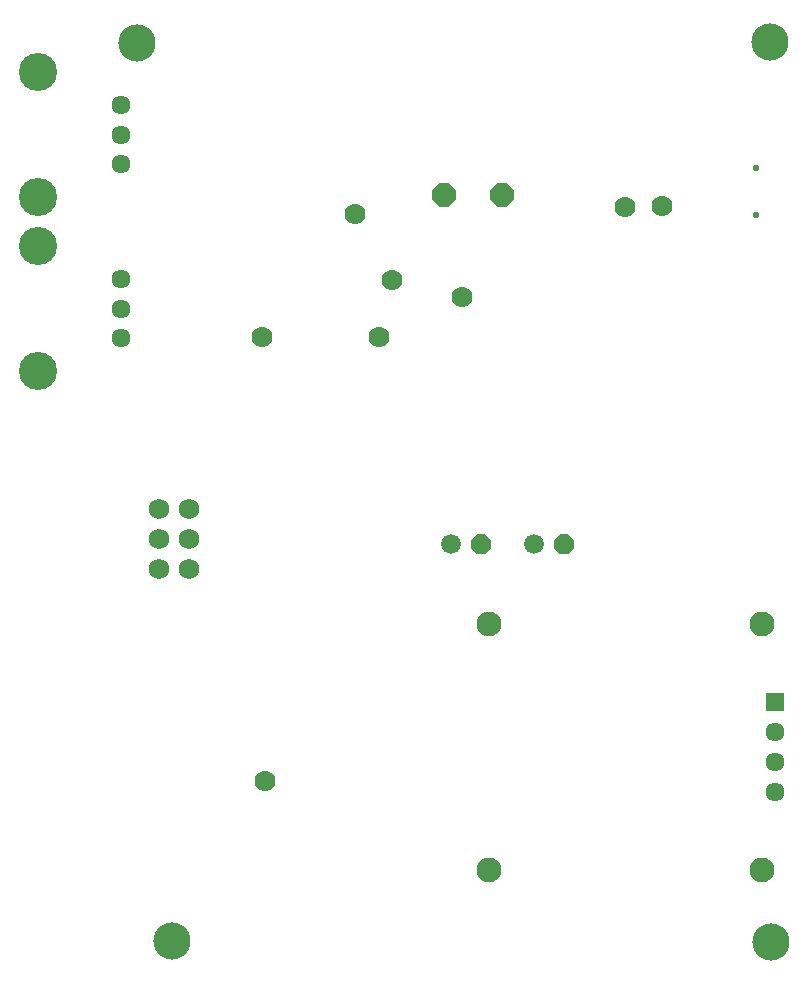
<source format=gbs>
G04 EAGLE Gerber RS-274X export*
G75*
%MOMM*%
%FSLAX34Y34*%
%LPD*%
%INSoldermask Bottom*%
%IPPOS*%
%AMOC8*
5,1,8,0,0,1.08239X$1,22.5*%
G01*
%ADD10C,3.149600*%
%ADD11C,1.727200*%
%ADD12C,0.591600*%
%ADD13P,2.199416X8X22.500000*%
%ADD14C,1.609600*%
%ADD15C,3.217600*%
%ADD16C,1.778000*%
%ADD17R,1.609600X1.609600*%
%ADD18C,2.101600*%
%ADD19P,1.814519X8X22.500000*%
%ADD20C,1.676400*%


D10*
X140000Y900000D03*
X675700Y901000D03*
X170000Y140000D03*
X677100Y138900D03*
D11*
X158200Y480400D03*
X183600Y480400D03*
X183600Y505800D03*
X158200Y505800D03*
X158200Y455000D03*
X183600Y455000D03*
D12*
X664000Y754600D03*
X664000Y794600D03*
D13*
X399600Y771700D03*
X448800Y771700D03*
D14*
X126400Y675000D03*
X126400Y650000D03*
X126400Y700000D03*
D15*
X56400Y622000D03*
X56400Y728000D03*
D14*
X126500Y822300D03*
X126500Y797300D03*
X126500Y847300D03*
D15*
X56500Y769300D03*
X56500Y875300D03*
D16*
X584500Y761700D03*
X553400Y760800D03*
X248700Y275200D03*
X415200Y685200D03*
X345000Y651100D03*
X245500Y651500D03*
X324700Y755200D03*
X355900Y699500D03*
D17*
X680400Y342100D03*
D14*
X680400Y316700D03*
X680400Y291300D03*
X680400Y265900D03*
D18*
X668970Y408140D03*
X668970Y199860D03*
X437830Y199860D03*
X437830Y408140D03*
D19*
X501300Y475500D03*
D20*
X475900Y475500D03*
D19*
X431300Y475500D03*
D20*
X405900Y475500D03*
M02*

</source>
